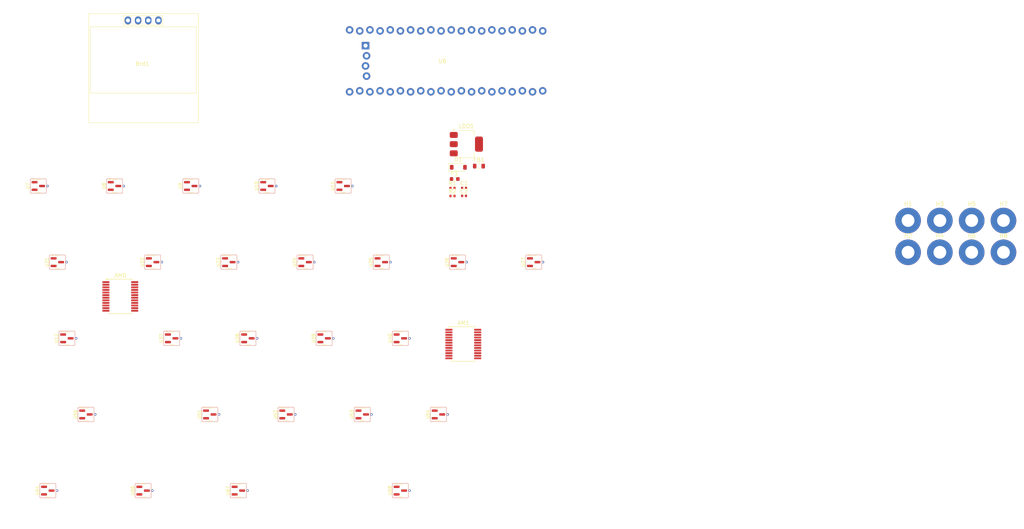
<source format=kicad_pcb>
(kicad_pcb (version 20241229) (generator "pcbnew") (generator_version "9.0")
  (layers (0 "F.Cu" signal) (4 "In1.Cu" signal) (6 "In2.Cu" signal) (2 "B.Cu" signal) (13 "F.Paste" user) (15 "B.Paste" user) (5 "F.SilkS" user "F.Silkscreen") (7 "B.SilkS" user "B.Silkscreen") (1 "F.Mask" user) (3 "B.Mask" user) (25 "Edge.Cuts" user))
  (net 0 "")
  (net 1 "AM0:11")
  (net 2 "+3V3")
  (net 3 "AM0:1")
  (net 4 "AM0:6")
  (net 5 "AM0:14")
  (net 6 "AM0:10")
  (net 7 "AM0:8")
  (net 8 "AM0:9")
  (net 9 "AM0:2")
  (net 10 "AM0:SELECT1")
  (net 11 "AM0")
  (net 12 "GND")
  (net 13 "AM0:7")
  (net 14 "AM0:12")
  (net 15 "AM0:15")
  (net 16 "AM0:3")
  (net 17 "AM0:4")
  (net 18 "AM0:5")
  (net 19 "AM0:13")
  (net 20 "PB6_SCL1")
  (net 21 "+3.3V_QWIIC")
  (net 22 "PB7_SDA1")
  (net 23 "AM1:6")
  (net 24 "AM0:SELECT0")
  (net 25 "AM1:5")
  (net 26 "AM1:8")
  (net 27 "AM1:10")
  (net 28 "AM1:4")
  (net 29 "AM1:0")
  (net 30 "AM1:3")
  (net 31 "AM1:1")
  (net 32 "AM1:15")
  (net 33 "AM1:2")
  (net 34 "AM1:14")
  (net 35 "USART1_TX")
  (net 36 "NRST")
  (net 37 "PA8_DISP_DATA")
  (net 39 "PB4_DISP_CS")
  (net 41 "PB3_DISP_SCK")
  (net 43 "USB_D-")
  (net 44 "PWR_SENSE")
  (net 46 "SWDIO")
  (net 47 "+5V")
  (net 49 "FLASH_CS")
  (net 51 "RGBLED")
  (net 53 "PB1_ADC9_BUZZ")
  (net 54 "USART1_RX")
  (net 55 "PB15_MOSI2")
  (net 57 "PB14_MISO2")
  (net 58 "SWCLK")
  (net 59 "AM1")
  (net 60 "USB_D+")
  (net 61 "AM0:SELECT3")
  (net 62 "PB0_ADC8")
  (net 63 "PB13_SCK2")
  (net 64 "SWD_3.3V")
  (net 65 "AM0:SELECT2")
  (net 66 "AM1:SELECT0")
  (net 67 "AM1:SELECT3")
  (net 68 "AM1:SELECT2")
  (net 69 "AM1:SELECT1")
  (net 70 "Net-(LDO1-VI)")
  (net 71 "Net-(D1-K)")
  (net 72 "Net-(F1-Pad2)")
  (footprint "PCM_marbastlib-xp-he:SW_MX_HE_0deg_1u" (layer "F.Cu") (at 265.25625 139.0625)
    (property "Reference" "U23" (at -2.6 0 90) (layer "F.SilkS") (effects (font (size 0.8 0.8))))
    (property "Value" "GH39FKSW")
    (pad "" np_thru_hole circle (at -5.08 0) (size 1.7 1.7) (drill 1.7) (layers "F&B.Cu" "*.Mask"))
    (pad "" np_thru_hole circle (at 5.08 0) (size 1.7 1.7) (drill 1.7) (layers "F&B.Cu" "*.Mask"))
    (pad "1" smd roundrect (at -0.9375 -0.95) (size 1.475 0.6) (layers "F.Cu" "F.Mask" "F.Paste") (net 2 "+3V3"))
    (pad "2" smd roundrect (at -0.9375 0.95) (size 1.475 0.6) (layers "F.Cu" "F.Mask" "F.Paste") (net 7 "AM0:8"))
    (pad "3" smd roundrect (at 0.9375 0) (size 1.475 0.6) (layers "F.Cu" "F.Mask" "F.Paste") (net 12 "GND"))
    (pad "3" thru_hole circle (at 2.3 0) (size 0.6 0.6) (drill 0.3) (layers "*.Cu") (net 12 "GND"))
  )
  (footprint "SSD1306:128x64OLED" (layer "F.Cu") (at 243.65 89.18125)
    (property "Reference" "Brd1" (at 0 0.254 0) (layer "F.SilkS"))
    (property "Value" "SSD1306")
    (pad "1" thru_hole oval (at -3.62 -10.6 90) (size 2 1.6) (drill 1) (layers "*.Cu" "*.Mask") (net 12 "GND"))
    (pad "2" thru_hole oval (at -1.08 -10.6 90) (size 2 1.6) (drill 1) (layers "*.Cu" "*.Mask") (net 21 "+3.3V_QWIIC"))
    (pad "3" thru_hole oval (at 1.46 -10.6 90) (size 2 1.6) (drill 1) (layers "*.Cu" "*.Mask") (net 20 "PB6_SCL1"))
    (pad "4" thru_hole oval (at 4 -10.6 90) (size 2 1.6) (drill 1) (layers "*.Cu" "*.Mask") (net 22 "PB7_SDA1"))
  )
  (footprint "PCM_marbastlib-xp-he:SW_MX_HE_0deg_1u" (layer "F.Cu") (at 270.01875 158.1125)
    (property "Reference" "U38" (at -2.6 0 90) (layer "F.SilkS") (effects (font (size 0.8 0.8))))
    (property "Value" "GH39FKSW")
    (pad "" np_thru_hole circle (at -5.08 0) (size 1.7 1.7) (drill 1.7) (layers "F&B.Cu" "*.Mask"))
    (pad "" np_thru_hole circle (at 5.08 0) (size 1.7 1.7) (drill 1.7) (layers "F&B.Cu" "*.Mask"))
    (pad "1" smd roundrect (at -0.9375 -0.95) (size 1.475 0.6) (layers "F.Cu" "F.Mask" "F.Paste") (net 2 "+3V3"))
    (pad "2" smd roundrect (at -0.9375 0.95) (size 1.475 0.6) (layers "F.Cu" "F.Mask" "F.Paste") (net 19 "AM0:13"))
    (pad "3" smd roundrect (at 0.9375 0) (size 1.475 0.6) (layers "F.Cu" "F.Mask" "F.Paste") (net 12 "GND"))
    (pad "3" thru_hole circle (at 2.3 0) (size 0.6 0.6) (drill 0.3) (layers "*.Cu") (net 12 "GND"))
  )
  (footprint "Inductor_SMD:L_0805_2012Metric" (layer "F.Cu") (at 327.75875 115.0325)
    (property "Reference" "FB1" (at 0 -1.55 0) (layer "F.SilkS"))
    (property "Value" "100 @ 100 MHz")
    (pad "1" smd roundrect (at -1.0625 0) (size 0.875 1.2) (layers "F.Cu" "F.Mask" "F.Paste") (net 70 "Net-(LDO1-VI)"))
    (pad "2" smd roundrect (at 1.0625 0) (size 0.875 1.2) (layers "F.Cu" "F.Mask" "F.Paste") (net 72 "Net-(F1-Pad2)"))
  )
  (footprint "Fuse:Fuse_0603_1608Metric" (layer "F.Cu") (at 321.69875 118.2625)
    (property "Reference" "F1" (at 0 -1.43 0) (layer "F.SilkS"))
    (property "Value" "500mA")
    (pad "1" smd roundrect (at -0.7875 0) (size 0.875 0.95) (layers "F.Cu" "F.Mask" "F.Paste") (net 71 "Net-(D1-K)"))
    (pad "2" smd roundrect (at 0.7875 0) (size 0.875 0.95) (layers "F.Cu" "F.Mask" "F.Paste") (net 72 "Net-(F1-Pad2)"))
  )
  (footprint "PCM_marbastlib-xp-he:SW_MX_HE_0deg_1u" (layer "F.Cu") (at 260.49375 177.1625)
    (property "Reference" "U51" (at -2.6 0 90) (layer "F.SilkS") (effects (font (size 0.8 0.8))))
    (property "Value" "GH39FKSW")
    (pad "" np_thru_hole circle (at -5.08 0) (size 1.7 1.7) (drill 1.7) (layers "F&B.Cu" "*.Mask"))
    (pad "" np_thru_hole circle (at 5.08 0) (size 1.7 1.7) (drill 1.7) (layers "F&B.Cu" "*.Mask"))
    (pad "1" smd roundrect (at -0.9375 -0.95) (size 1.475 0.6) (layers "F.Cu" "F.Mask" "F.Paste") (net 2 "+3V3"))
    (pad "2" smd roundrect (at -0.9375 0.95) (size 1.475 0.6) (layers "F.Cu" "F.Mask" "F.Paste") (net 5 "AM0:14"))
    (pad "3" smd roundrect (at 0.9375 0) (size 1.475 0.6) (layers "F.Cu" "F.Mask" "F.Paste") (net 12 "GND"))
    (pad "3" thru_hole circle (at 2.3 0) (size 0.6 0.6) (drill 0.3) (layers "*.Cu") (net 12 "GND"))
  )
  (footprint "PCM_marbastlib-xp-he:SW_MX_HE_0deg_3u" (layer "F.Cu") (at 308.11875 196.2125)
    (property "Reference" "U68" (at -2.6 0 90) (layer "F.SilkS") (effects (font (size 0.8 0.8))))
    (property "Value" "GH39FKSW")
    (pad "" np_thru_hole circle (at -5.08 0) (size 1.7 1.7) (drill 1.7) (layers "F&B.Cu" "*.Mask"))
    (pad "" np_thru_hole circle (at 5.08 0) (size 1.7 1.7) (drill 1.7) (layers "F&B.Cu" "*.Mask"))
    (pad "1" smd roundrect (at -0.9375 -0.95) (size 1.475 0.6) (layers "F.Cu" "F.Mask" "F.Paste") (net 2 "+3V3"))
    (pad "2" smd roundrect (at -0.9375 0.95) (size 1.475 0.6) (layers "F.Cu" "F.Mask" "F.Paste") (net 34 "AM1:14"))
    (pad "3" smd roundrect (at 0.9375 0) (size 1.475 0.6) (layers "F.Cu" "F.Mask" "F.Paste") (net 12 "GND"))
    (pad "3" thru_hole circle (at 2.3 0) (size 0.6 0.6) (drill 0.3) (layers "*.Cu") (net 12 "GND"))
  )
  (footprint "PCM_marbastlib-xp-he:SW_MX_HE_0deg_1u" (layer "F.Cu") (at 250.96875 158.1125)
    (property "Reference" "U37" (at -2.6 0 90) (layer "F.SilkS") (effects (font (size 0.8 0.8))))
    (property "Value" "GH39FKSW")
    (pad "" np_thru_hole circle (at -5.08 0) (size 1.7 1.7) (drill 1.7) (layers "F&B.Cu" "*.Mask"))
    (pad "" np_thru_hole circle (at 5.08 0) (size 1.7 1.7) (drill 1.7) (layers "F&B.Cu" "*.Mask"))
    (pad "1" smd roundrect (at -0.9375 -0.95) (size 1.475 0.6) (layers "F.Cu" "F.Mask" "F.Paste") (net 2 "+3V3"))
    (pad "2" smd roundrect (at -0.9375 0.95) (size 1.475 0.6) (layers "F.Cu" "F.Mask" "F.Paste") (net 14 "AM0:12"))
    (pad "3" smd roundrect (at 0.9375 0) (size 1.475 0.6) (layers "F.Cu" "F.Mask" "F.Paste") (net 12 "GND"))
    (pad "3" thru_hole circle (at 2.3 0) (size 0.6 0.6) (drill 0.3) (layers "*.Cu") (net 12 "GND"))
  )
  (footprint "PCM_marbastlib-xp-he:SW_MX_HE_0deg_1.25u" (layer "F.Cu") (at 243.825 196.2125)
    (property "Reference" "U66" (at -2.6 0 90) (layer "F.SilkS") (effects (font (size 0.8 0.8))))
    (property "Value" "GH39FKSW")
    (pad "" np_thru_hole circle (at -5.08 0) (size 1.7 1.7) (drill 1.7) (layers "F&B.Cu" "*.Mask"))
    (pad "" np_thru_hole circle (at 5.08 0) (size 1.7 1.7) (drill 1.7) (layers "F&B.Cu" "*.Mask"))
    (pad "1" smd roundrect (at -0.9375 -0.95) (size 1.475 0.6) (layers "F.Cu" "F.Mask" "F.Paste") (net 2 "+3V3"))
    (pad "2" smd roundrect (at -0.9375 0.95) (size 1.475 0.6) (layers "F.Cu" "F.Mask" "F.Paste") (net 15 "AM0:15"))
    (pad "3" smd roundrect (at 0.9375 0) (size 1.475 0.6) (layers "F.Cu" "F.Mask" "F.Paste") (net 12 "GND"))
    (pad "3" thru_hole circle (at 2.3 0) (size 0.6 0.6) (drill 0.3) (layers "*.Cu") (net 12 "GND"))
  )
  (footprint "PCM_marbastlib-xp-he:SW_MX_HE_0deg_1.5u" (layer "F.Cu") (at 222.39375 139.0625)
    (property "Reference" "U21" (at -2.6 0 90) (layer "F.SilkS") (effects (font (size 0.8 0.8))))
    (property "Value" "GH39FKSW")
    (pad "" np_thru_hole circle (at -5.08 0) (size 1.7 1.7) (drill 1.7) (layers "F&B.Cu" "*.Mask"))
    (pad "" np_thru_hole circle (at 5.08 0) (size 1.7 1.7) (drill 1.7) (layers "F&B.Cu" "*.Mask"))
    (pad "1" smd roundrect (at -0.9375 -0.95) (size 1.475 0.6) (layers "F.Cu" "F.Mask" "F.Paste") (net 2 "+3V3"))
    (pad "2" smd roundrect (at -0.9375 0.95) (size 1.475 0.6) (layers "F.Cu" "F.Mask" "F.Paste") (net 17 "AM0:4"))
    (pad "3" smd roundrect (at 0.9375 0) (size 1.475 0.6) (layers "F.Cu" "F.Mask" "F.Paste") (net 12 "GND"))
    (pad "3" thru_hole circle (at 2.3 0) (size 0.6 0.6) (drill 0.3) (layers "*.Cu") (net 12 "GND"))
  )
  (footprint "PCM_marbastlib-xp-he:SW_MX_HE_0deg_1u" (layer "F.Cu") (at 236.68125 120.0125)
    (property "Reference" "U8" (at -2.6 0 90) (layer "F.SilkS") (effects (font (size 0.8 0.8))))
    (property "Value" "GH39FKSW")
    (pad "" np_thru_hole circle (at -5.08 0) (size 1.7 1.7) (drill 1.7) (layers "F&B.Cu" "*.Mask"))
    (pad "" np_thru_hole circle (at 5.08 0) (size 1.7 1.7) (drill 1.7) (layers "F&B.Cu" "*.Mask"))
    (pad "1" smd roundrect (at -0.9375 -0.95) (size 1.475 0.6) (layers "F.Cu" "F.Mask" "F.Paste") (net 2 "+3V3"))
    (pad "2" smd roundrect (at -0.9375 0.95) (size 1.475 0.6) (layers "F.Cu" "F.Mask" "F.Paste") (net 13 "AM0:7"))
    (pad "3" smd roundrect (at 0.9375 0) (size 1.475 0.6) (layers "F.Cu" "F.Mask" "F.Paste") (net 12 "GND"))
    (pad "3" thru_hole circle (at 2.3 0) (size 0.6 0.6) (drill 0.3) (layers "*.Cu") (net 12 "GND"))
  )
  (footprint "PCM_marbastlib-xp-he:SW_MX_HE_0deg_1.25u" (layer "F.Cu") (at 220.0125 196.2125)
    (property "Reference" "U64" (at -2.6 0 90) (layer "F.SilkS") (effects (font (size 0.8 0.8))))
    (property "Value" "GH39FKSW")
    (pad "" np_thru_hole circle (at -5.08 0) (size 1.7 1.7) (drill 1.7) (layers "F&B.Cu" "*.Mask"))
    (pad "" np_thru_hole circle (at 5.08 0) (size 1.7 1.7) (drill 1.7) (layers "F&B.Cu" "*.Mask"))
    (pad "1" smd roundrect (at -0.9375 -0.95) (size 1.475 0.6) (layers "F.Cu" "F.Mask" "F.Paste") (net 2 "+3V3"))
    (pad "2" smd roundrect (at -0.9375 0.95) (size 1.475 0.6) (layers "F.Cu" "F.Mask" "F.Paste") (net 3 "AM0:1"))
    (pad "3" smd roundrect (at 0.9375 0) (size 1.475 0.6) (layers "F.Cu" "F.Mask" "F.Paste") (net 12 "GND"))
    (pad "3" thru_hole circle (at 2.3 0) (size 0.6 0.6) (drill 0.3) (layers "*.Cu") (net 12 "GND"))
  )
  (footprint "Package_TO_SOT_SMD:SOT-223-3_TabPin2" (layer "F.Cu") (at 324.61875 109.5375)
    (property "Reference" "LDO1" (at 0 -4.5 0) (layer "F.SilkS"))
    (property "Value" "AMS1117-3.3")
    (pad "1" smd roundrect (at -3.15 -2.3) (size 2 1.5) (layers "F.Cu" "F.Mask" "F.Paste") (net 12 "GND"))
    (pad "2" smd roundrect (at -3.15 0) (size 2 1.5) (layers "F.Cu" "F.Mask" "F.Paste") (net 2 "+3V3"))
    (pad "2" smd roundrect (at 3.15 0) (size 2 3.8) (layers "F.Cu" "F.Mask" "F.Paste") (net 2 "+3V3"))
    (pad "3" smd roundrect (at -3.15 2.3) (size 2 1.5) (layers "F.Cu" "F.Mask" "F.Paste") (net 70 "Net-(LDO1-VI)"))
  )
  (footprint "Capacitor_SMD:C_0402_1005Metric" (layer "F.Cu") (at 324.03875 122.4725)
    (property "Reference" "C2" (at 0 -1.16 0) (layer "F.SilkS"))
    (property "Value" "10u")
    (pad "1" smd roundrect (at -0.48 0) (size 0.56 0.62) (layers "F.Cu" "F.Mask" "F.Paste") (net 2 "+3V3"))
    (pad "2" smd roundrect (at 0.48 0) (size 0.56 0.62) (layers "F.Cu" "F.Mask" "F.Paste") (net 12 "GND"))
  )
  (footprint "PCM_marbastlib-xp-he:SW_MX_HE_0deg_2.25" (layer "F.Cu") (at 229.5375 177.1625)
    (property "Reference" "U50" (at -2.6 0 90) (layer "F.SilkS") (effects (font (size 0.8 0.8))))
    (property "Value" "GH39FKSW")
    (pad "" np_thru_hole circle (at -5.08 0) (size 1.7 1.7) (drill 1.7) (layers "F&B.Cu" "*.Mask"))
    (pad "" np_thru_hole circle (at 5.08 0) (size 1.7 1.7) (drill 1.7) (layers "F&B.Cu" "*.Mask"))
    (pad "1" smd roundrect (at -0.9375 -0.95) (size 1.475 0.6) (layers "F.Cu" "F.Mask" "F.Paste") (net 2 "+3V3"))
    (pad "2" smd roundrect (at -0.9375 0.95) (size 1.475 0.6) (layers "F.Cu" "F.Mask" "F.Paste") (net 9 "AM0:2"))
    (pad "3" smd roundrect (at 0.9375 0) (size 1.475 0.6) (layers "F.Cu" "F.Mask" "F.Paste") (net 12 "GND"))
    (pad "3" thru_hole circle (at 2.3 0) (size 0.6 0.6) (drill 0.3) (layers "*.Cu") (net 12 "GND"))
  )
  (footprint "MountingHole:MountingHole_3.2mm_M3_Pad" (layer "F.Cu") (at 435.00875 136.59625)
    (property "Reference" "H2" (at 0 -4.15 0) (layer "F.SilkS"))
    (property "Value" "MountingHole")
    (pad "1" thru_hole circle (at 0 0) (size 6.4 6.4) (drill 3.2) (layers "*.Cu" "*.Mask"))
  )
  (footprint "PCM_marbastlib-xp-he:SW_MX_HE_0deg_1.75u" (layer "F.Cu") (at 224.775 158.1125)
    (property "Reference" "U12" (at -2.6 0 90) (layer "F.SilkS") (effects (font (size 0.8 0.8))))
    (property "Value" "GH39FKSW")
    (pad "" np_thru_hole circle (at -5.08 0) (size 1.7 1.7) (drill 1.7) (layers "F&B.Cu" "*.Mask"))
    (pad "" np_thru_hole circle (at 5.08 0) (size 1.7 1.7) (drill 1.7) (layers "F&B.Cu" "*.Mask"))
    (pad "1" smd roundrect (at -0.9375 -0.95) (size 1.475 0.6) (layers "F.Cu" "F.Mask" "F.Paste") (net 2 "+3V3"))
    (pad "2" smd roundrect (at -0.9375 0.95) (size 1.475 0.6) (layers "F.Cu" "F.Mask" "F.Paste") (net 16 "AM0:3"))
    (pad "3" smd roundrect (at 0.9375 0) (size 1.475 0.6) (layers "F.Cu" "F.Mask" "F.Paste") (net 12 "GND"))
    (pad "3" thru_hole circle (at 2.3 0) (size 0.6 0.6) (drill 0.3) (layers "*.Cu") (net 12 "GND"))
  )
  (footprint "Diode_SMD:D_SOD-123" (layer "F.Cu") (at 322.61375 115.3325)
    (property "Reference" "D1" (at 0 -2 0) (layer "F.SilkS"))
    (property "Value" "B5819W")
    (pad "1" smd roundrect (at -1.65 0) (size 0.9 1.2) (layers "F.Cu" "F.Mask" "F.Paste") (net 71 "Net-(D1-K)"))
    (pad "2" smd roundrect (at 1.65 0) (size 0.9 1.2) (layers "F.Cu" "F.Mask" "F.Paste") (net 47 "+5V"))
  )
  (footprint "PCM_marbastlib-xp-he:SW_MX_HE_0deg_1u" (layer "F.Cu") (at 322.40625 139.0625)
    (property "Reference" "U26" (at -2.6 0 90) (layer "F.SilkS") (effects (font (size 0.8 0.8))))
    (property "Value" "GH39FKSW")
    (pad "" np_thru_hole circle (at -5.08 0) (size 1.7 1.7) (drill 1.7) (layers "F&B.Cu" "*.Mask"))
    (pad "" np_thru_hole circle (at 5.08 0) (size 1.7 1.7) (drill 1.7) (layers "F&B.Cu" "*.Mask"))
    (pad "1" smd roundrect (at -0.9375 -0.95) (size 1.475 0.6) (layers "F.Cu" "F.Mask" "F.Paste") (net 2 "+3V3"))
    (pad "2" smd roundrect (at -0.9375 0.95) (size 1.475 0.6) (layers "F.Cu" "F.Mask" "F.Paste") (net 26 "AM1:8"))
    (pad "3" smd roundrect (at 0.9375 0) (size 1.475 0.6) (layers "F.Cu" "F.Mask" "F.Paste") (net 12 "GND"))
    (pad "3" thru_hole circle (at 2.3 0) (size 0.6 0.6) (drill 0.3) (layers "*.Cu") (net 12 "GND"))
  )
  (footprint "Package_SO:SSOP-24_5.3x8.2mm_P0.65mm" (layer "F.Cu") (at 238.125 147.6375)
    (property "Reference" "AM0" (at 0 -5.25 0) (layer "F.SilkS"))
    (property "Value" "CD74HC4067SM")
    (pad "1" smd rect (at -3.6 -3.575) (size 1.75 0.45) (layers "F.Cu" "F.Mask" "F.Paste") (net 11 "AM0"))
    (pad "2" smd rect (at -3.6 -2.925) (size 1.75 0.45) (layers "F.Cu" "F.Mask" "F.Paste") (net 13 "AM0:7"))
    (pad "3" smd rect (at -3.6 -2.275) (size 1.75 0.45) (layers "F.Cu" "F.Mask" "F.Paste") (net 4 "AM0:6"))
    (pad "4" smd rect (at -3.6 -1.625) (size 1.75 0.45) (layers "F.Cu" "F.Mask" "F.Paste") (net 18 "AM0:5"))
    (pad "5" smd rect (at -3.6 -0.975) (size 1.75 0.45) (layers "F.Cu" "F.Mask" "F.Paste") (net 17 "AM0:4"))
    (pad "6" smd rect (at -3.6 -0.325) (size 1.75 0.45) (layers "F.Cu" "F.Mask" "F.Paste") (net 16 "AM0:3"))
    (pad "7" smd rect (at -3.6 0.325) (size 1.75 0.45) (layers "F.Cu" "F.Mask" "F.Paste") (net 9 "AM0:2"))
    (pad "8" smd rect (at -3.6 0.975) (size 1.75 0.45) (layers "F.Cu" "F.Mask" "F.Paste") (net 3 "AM0:1"))
    (pad "9" smd rect (at -3.6 1.625) (size 1.75 0.45) (layers "F.Cu" "F.Mask" "F.Paste") (net 12 "GND"))
    (pad "10" smd rect (at -3.6 2.275) (size 1.75 0.45) (layers "F.Cu" "F.Mask" "F.Paste") (net 24 "AM0:SELECT0"))
    (pad "11" smd rect (at -3.6 2.925) (size 1.75 0.45) (layers "F.Cu" "F.Mask" "F.Paste") (net 10 "AM0:SELECT1"))
    (pad "12" smd rect (at -3.6 3.575) (size 1.75 0.45) (layers "F.Cu" "F.Mask" "F.Paste") (net 12 "GND"))
    (pad "13" smd rect (at 3.6 3.575) (size 1.75 0.45) (layers "F.Cu" "F.Mask" "F.Paste") (net 61 "AM0:SELECT3"))
    (pad "14" smd rect (at 3.6 2.925) (size 1.75 0.45) (layers "F.Cu" "F.Mask" "F.Paste") (net 65 "AM0:SELECT2"))
    (pad "15" smd rect (at 3.6 2.275) (size 1.75 0.45) (layers "F.Cu" "F.Mask" "F.Paste") (net 12 "GND"))
    (pad "16" smd rect (at 3.6 1.625) (size 1.75 0.45) (layers "F.Cu" "F.Mask" "F.Paste") (net 15 "AM0:15"))
    (pad "17" smd rect (at 3.6 0.975) (size 1.75 0.45) (layers "F.Cu" "F.Mask" "F.Paste") (net 5 "AM0:14"))
    (pad "18" smd rect (at 3.6 0.325) (size 1.75 0.45) (layers "F.Cu" "F.Mask" "F.Paste") (net 19 "AM0:13"))
    (pad "19" smd rect (at 3.6 -0.325) (size 1.75 0.45) (layers "F.Cu" "F.Mask" "F.Paste") (net 14 "AM0:12"))
    (pad "20" smd rect (at 3.6 -0.975) (size 1.75 0.45) (layers "F.Cu" "F.Mask" "F.Paste") (net 1 "AM0:11"))
    (pad "21" smd rect (at 3.6 -1.625) (size 1.75 0.45) (layers "F.Cu" "F.Mask" "F.Paste") (net 6 "AM0:10"))
    (pad "22" smd rect (at 3.6 -2.275) (size 1.75 0.45) (layers "F.Cu" "F.Mask" "F.Paste") (net 8 "AM0:9"))
    (pad "23" smd rect (at 3.6 -2.925) (size 1.75 0.45) (layers "F.Cu" "F.Mask" "F.Paste") (net 7 "AM0:8"))
    (pad "24" smd rect (at 3.6 -3.575) (size 1.75 0.45) (layers "F.Cu" "F.Mask" "F.Paste") (net 2 "+3V3"))
  )
  (footprint "PCM_marbastlib-xp-he:SW_MX_HE_0deg_1u" (layer "F.Cu") (at 308.11875 158.1125)
    (property "Reference" "U40" (at -2.6 0 90) (layer "F.SilkS") (effects (font (size 0.8 0.8))))
    (property "Value" "GH39FKSW")
    (pad "" np_thru_hole circle (at -5.08 0) (size 1.7 1.7) (drill 1.7) (layers "F&B.Cu" "*.Mask"))
    (pad "" np_thru_hole circle (at 5.08 0) (size 1.7 1.7) (drill 1.7) (layers "F&B.Cu" "*.Mask"))
    (pad "1" smd roundrect (at -0.9375 -0.95) (size 1.475 0.6) (layers "F.Cu" "F.Mask" "F.Paste") (net 2 "+3V3"))
    (pad "2" smd roundrect (at -0.9375 0.95) (size 1.475 0.6) (layers "F.Cu" "F.Mask" "F.Paste") (net 29 "AM1:0"))
    (pad "3" smd roundrect (at 0.9375 0) (size 1.475 0.6) (layers "F.Cu" "F.Mask" "F.Paste") (net 12 "GND"))
    (pad "3" thru_hole circle (at 2.3 0) (size 0.6 0.6) (drill 0.3) (layers "*.Cu") (net 12 "GND"))
  )
  (footprint "PCM_marbastlib-xp-he:SW_MX_HE_0deg_1u" (layer "F.Cu") (at 274.78125 120.0125)
    (property "Reference" "U10" (at -2.6 0 90) (layer "F.SilkS") (effects (font (size 0.8 0.8))))
    (property "Value" "GH39FKSW")
    (pad "" np_thru_hole circle (at -5.08 0) (size 1.7 1.7) (drill 1.7) (layers "F&B.Cu" "*.Mask"))
    (pad "" np_thru_hole circle (at 5.08 0) (size 1.7 1.7) (drill 1.7) (layers "F&B.Cu" "*.Mask"))
    (pad "1" smd roundrect (at -0.9375 -0.95) (size 1.475 0.6) (layers "F.Cu" "F.Mask" "F.Paste") (net 2 "+3V3"))
    (pad "2" smd roundrect (at -0.9375 0.95) (size 1.475 0.6) (layers "F.Cu" "F.Mask" "F.Paste") (net 8 "AM0:9"))
    (pad "3" smd roundrect (at 0.9375 0) (size 1.475 0.6) (layers "F.Cu" "F.Mask" "F.Paste") (net 12 "GND"))
    (pad "3" thru_hole circle (at 2.3 0) (size 0.6 0.6) (drill 0.3) (layers "*.Cu") (net 12 "GND"))
  )
  (footprint "MountingHole:MountingHole_3.2mm_M3_Pad" (layer "F.Cu") (at 458.85875 136.59625)
    (property "Reference" "H8" (at 0 -4.15 0) (layer "F.SilkS"))
    (property "Value" "MountingHole")
    (pad "1" thru_hole circle (at 0 0) (size 6.4 6.4) (drill 3.2) (layers "*.Cu" "*.Mask"))
  )
  (footprint "MountingHole:MountingHole_3.2mm_M3_Pad" (layer "F.Cu") (at 450.90875 136.59625)
    (property "Reference" "H6" (at 0 -4.15 0) (layer "F.SilkS"))
    (property "Value" "MountingHole")
    (pad "1" thru_hole circle (at 0 0) (size 6.4 6.4) (drill 3.2) (layers "*.Cu" "*.Mask"))
  )
  (footprint "PCM_marbastlib-xp-he:SW_MX_HE_0deg_1u" (layer "F.Cu") (at 317.64375 177.1625)
    (property "Reference" "U54" (at -2.6 0 90) (layer "F.SilkS") (effects (font (size 0.8 0.8))))
    (property "Value" "GH39FKSW")
    (pad "" np_thru_hole circle (at -5.08 0) (size 1.7 1.7) (drill 1.7) (layers "F&B.Cu" "*.Mask"))
    (pad "" np_thru_hole circle (at 5.08 0) (size 1.7 1.7) (drill 1.7) (layers "F&B.Cu" "*.Mask"))
    (pad "1" smd roundrect (at -0.9375 -0.95) (size 1.475 0.6) (layers "F.Cu" "F.Mask" "F.Paste") (net 2 "+3V3"))
    (pad "2" smd roundrect (at -0.9375 0.95) (size 1.475 0.6) (layers "F.Cu" "F.Mask" "F.Paste") (net 32 "AM1:15"))
    (pad "3" smd roundrect (at 0.9375 0) (size 1.475 0.6) (layers "F.Cu" "F.Mask" "F.Paste") (net 12 "GND"))
    (pad "3" thru_hole circle (at 2.3 0) (size 0.6 0.6) (drill 0.3) (layers "*.Cu") (net 12 "GND"))
  )
  (footprint "kicad_blackpill:BlackPill_STLINK" (layer "F.Cu") (at 318.59375 88.7095 -90)
    (property "Reference" "U6" (at 0.05 -0.025 0) (layer "F.SilkS"))
    (property "Value" "BlackPill_STLINK")
    (pad "1" thru_hole circle (at -7.493 -25.1 180) (size 1.8796 1.8796) (drill 1.016) (layers "*.Cu" "*.Mask") (net 59 "AM1"))
    (pad "2" thru_hole circle (at -7.747 -22.56 180) (size 1.8796 1.8796) (drill 1.016) (layers "*.Cu" "*.Mask") (net 63 "PB13_SCK2"))
    (pad "3" thru_hole circle (at -7.493 -20.02 180) (size 1.8796 1.8796) (drill 1.016) (layers "*.Cu" "*.Mask") (net 57 "PB14_MISO2"))
    (pad "4" thru_hole circle (at -7.747 -17.48 180) (size 1.8796 1.8796) (drill 1.016) (layers "*.Cu" "*.Mask") (net 55 "PB15_MOSI2"))
    (pad "5" thru_hole circle (at -7.493 -14.94 180) (size 1.8796 1.8796) (drill 1.016) (layers "*.Cu" "*.Mask") (net 37 "PA8_DISP_DATA"))
    (pad "6" thru_hole circle (at -7.747 -12.4 180) (size 1.8796 1.8796) (drill 1.016) (layers "*.Cu" "*.Mask") (net 35 "USART1_TX"))
    (pad "7" thru_hole circle (at -7.493 -9.86 180) (size 1.8796 1.8796) (drill 1.016) (layers "*.Cu" "*.Mask") (net 54 "USART1_RX"))
    (pad "8" thru_hole circle (at -7.747 -7.32 180) (size 1.8796 1.8796) (drill 1.016) (layers "*.Cu" "*.Mask") (net 43 "USB_D-"))
    (pad "9" thru_hole circle (at -7.493 -4.78 180) (size 1.8796 1.8796) (drill 1.016) (layers "*.Cu" "*.Mask") (net 60 "USB_D+"))
    (pad "10" thru_hole circle (at -7.747 -2.24 180) (size 1.8796 1.8796) (drill 1.016) (layers "*.Cu" "*.Mask"))
    (pad "11" thru_hole circle (at -7.493 0.3 180) (size 1.8796 1.8796) (drill 1.016) (layers "*.Cu" "*.Mask") (net 41 "PB3_DISP_SCK"))
    (pad "12" thru_hole circle (at -7.747 2.84 180) (size 1.8796 1.8796) (drill 1.016) (layers "*.Cu" "*.Mask") (net 39 "PB4_DISP_CS"))
    (pad "13" thru_hole circle (at -7.493 5.38 180) (size 1.8796 1.8796) (drill 1.016) (layers "*.Cu" "*.Mask") (net 51 "RGBLED"))
    (pad "14" thru_hole circle (at -7.747 7.92 180) (size 1.8796 1.8796) (drill 1.016) (layers "*.Cu" "*.Mask") (net 20 "PB6_SCL1"))
    (pad "15" thru_hole circle (at -7.493 10.46 180) (size 1.8796 1.8796) (drill 1.016) (layers "*.Cu" "*.Mask") (net 22 "PB7_SDA1"))
    (pad "16" thru_hole circle (at -7.747 13 180) (size 1.8796 1.8796) (drill 1.016) (layers "*.Cu" "*.Mask") (net 11 "AM0"))
    (pad "17" thru_hole circle (at -7.493 15.54 180) (size 1.8796 1.8796) (drill 1.016) (layers "*.Cu" "*.Mask") (net 49 "FLASH_CS"))
    (pad "18" thru_hole circle (at -7.747 18.08 180) (size 1.8796 1.8796) (drill 1.016) (layers "*.Cu" "*.Mask"))
    (pad "19" thru_hole circle (at -7.493 20.62 180) (size 1.8796 1.8796) (drill 1.016) (layers "*.Cu" "*.Mask") (net 12 "GND"))
    (pad "20" thru_hole circle (at -7.747 23.16 180) (size 1.8796 1.8796) (drill 1.016) (layers "*.Cu" "*.Mask") (net 21 "+3.3V_QWIIC"))
    (pad "21" thru_hole circle (at 7.747 23.16) (size 1.8796 1.8796) (drill 1.016) (layers "*.Cu" "*.Mask"))
    (pad "22" thru_hole circle (at 7.493 20.62) (size 1.8796 1.8796) (drill 1.016) (layers "*.Cu" "*.Mask"))
    (pad "23" thru_hole circle (at 7.747 18.08) (size 1.8796 1.8796) (drill 1.016) (layers "*.Cu" "*.Mask"))
    (pad "24" thru_hole circle (at 7.493 15.54) (size 1.8796 1.8796) (drill 1.016) (layers "*.Cu" "*.Mask"))
    (pad "25" thru_hole circle (at 7.747 13) (size 1.8796 1.8796) (drill 1.016) (layers "*.Cu" "*.Mask") (net 36 "NRST"))
    (pad "26" thru_hole circle (at 7.493 10.46) (size 1.8796 1.8796) (drill 1.016) (layers "*.Cu" "*.Mask") (net 24 "AM0:SELECT0"))
    (pad "27" thru_hole circle (at 7.747 7.92) (size 1.8796 1.8796) (drill 1.016) (layers "*.Cu" "*.Mask") (net 10 "AM0:SELECT1"))
    (pad "28" thru_hole circle (at 7.493 5.38) (size 1.8796 1.8796) (drill 1.016) (layers "*.Cu" "*.Mask") (net 65 "AM0:SELECT2"))
    (pad "29" thru_hole circle (at 7.747 2.84) (size 1.8796 1.8796) (drill 1.016) (layers "*.Cu" "*.Mask") (net 61 "AM0:SELECT3"))
    (pad "30" thru_hole circle (at 7.493 0.3) (size 1.8796 1.8796) (drill 1.016) (layers "*.Cu" "*.Mask") (net 66 "AM1:SELECT0"))
    (pad "31" thru_hole circle (at 7.747 -2.24) (size 1.8796 1.8796) (drill 1.016) (layers "*.Cu" "*.Mask") (net 69 "AM1:SELECT1"))
    (pad "32" thru_hole circle (at 7.493 -4.78) (size 1.8796 1.8796) (drill 1.016) (layers "*.Cu" "*.Mask") (net 68 "AM1:SELECT2"))
    (pad "33" thru_hole circle (at 7.747 -7.32) (size 1.8796 1.8796) (drill 1.016) (layers "*.Cu" "*.Mask") (net 67 "AM1:SELECT3"))
    (pad "34" thru_hole circle (at 7.493 -9.86) (size 1.8796 1.8796) (drill 1.016) (layers "*.Cu" "*.Mask") (net 62 "PB0_ADC8"))
    (pad "35" thru_hole circle (at 7.747 -12.4) (size 1.8796 1.8796) (drill 1.016) (layers "*.Cu" "*.Mask") (net 53 "PB1_ADC9_BUZZ"))
    (pad "36" thru_hole circle (at 7.493 -14.94) (size 1.8796 1.8796) (drill 1.016) (layers "*.Cu" "*.Mask"))
    (pad "37" thru_hole circle (at 7.747 -17.48) (size 1.8796 1.8796) (drill 1.016) (layers "*.Cu" "*.Mask") (net 44 "PWR_SENSE"))
    (pad "38" thru_hole circle (at 7.493 -20.02) (size 1.8796 1.8796) (drill 1.016) (layers "*.Cu" "*.Mask"))
    (pad "39" thru_hole circle (at 7.747 -22.56) (size 1.8796 1.8796) (drill 1.016) (layers "*.Cu" "*.Mask") (net 12 "GND"))
    (pad "40" thru_hole circle (at 7.493 -25.1) (size 1.8796 1.8796) (drill 1.016) (layers "*.Cu" "*.Mask") (net 47 "+5V"))
    (pad "41" thru_hole rect (at -3.81 19.177) (size 1.8796 1.8796) (drill 1.016) (layers "*.Cu" "*.Mask") (net 64 "SWD_3.3V"))
    (pad "42" thru_hole circle (at -1.27 18.923) (size 1.8796 1.8796) (drill 1.016) (layers "*.Cu" "*.Mask") (net 46 "SWDIO"))
    (pad "43" thru_hole circle (at 1.27 19.177) (size 1.8796 1.8796) (drill 1.016) (layers "*.Cu" "*.Mask") (net 58 "SWCLK"))
    (pad "44" thru_hole circle (at 3.81 18.923) (size 1.8796 1.8796) (drill 1.016) (layers "*.Cu" "*.Mask") (net 12 "GND"))
  )
  (footprint "MountingHole:MountingHole_3.2mm_M3_Pad" (layer "F.Cu") (at 442.95875 128.64625)
    (property "Reference" "H3" (at 0 -4.15 0) (layer "F.SilkS"))
    (property "Value" "MountingHole")
    (pad "1" thru_hole circle (at 0 0) (size 6.4 6.4) (drill 3.2) (layers "*.Cu" "*.Mask"))
  )
  (footprint "Resistor_SMD:R_0402_1005Metric" (layer "F.Cu") (at 321.14875 120.5125)
    (property "Reference" "R1" (at 0 -1.17 0) (layer "F.SilkS"))
    (property "Value" "2k2")
    (pad "1" smd roundrect (at -0.51 0) (size 0.54 0.64) (layers "F.Cu" "F.Mask" "F.Paste") (net 21 "+3.3V_QWIIC"))
    (pad "2" smd roundrect (at 0.51 0) (size 0.54 0.64) (layers "F.Cu" "F.Mask" "F.Paste") (net 20 "PB6_SCL1"))
  )
  (footprint "PCM_marbastlib-xp-he:SW_MX_HE_0deg_1u" (layer "F.Cu") (at 284.30625 139.0625)
    (property "Reference" "U24" (at -2.6 0 90) (layer "F.SilkS") (effects (font (size 0.8 0.8))))
    (property "Value" "GH39FKSW")
    (pad "" np_thru_hole circle (at -5.08 0) (size 1.7 1.7) (drill 1.7) (layers "F&B.Cu" "*.Mask"))
    (pad "" np_thru_hole circle (at 5.08 0) (size 1.7 1.7) (drill 1.7) (layers "F&B.Cu" "*.Mask"))
    (pad "1" smd roundrect (at -0.9375 -0.95) (size 1.475 0.6) (layers "F.Cu" "F.Mask" "F.Paste") (net 2 "+3V3"))
    (pad "2" smd roundrect (at -0.9375 0.95) (size 1.475 0.6) (layers "F.Cu" "F.Mask" "F.Paste") (net 1 "AM0:11"))
    (pad "3" smd roundrect (at 0.9375 0) (size 1.475 0.6) (layers "F.Cu" "F.Mask" "F.Paste") (net 12 "GND"))
    (pad "3" thru_hole circle (at 2.3 0) (size 0.6 0.6) (drill 0.3) (layers "*.Cu") (net 12 "GND"))
  )
  (footprint "PCM_marbastlib-xp-he:SW_MX_HE_0deg_1u" (layer "F.Cu") (at 217.63125 120.0125)
    (property "Reference" "U7" (at -2.6 0 90) (layer "F.SilkS") (effects (font (size 0.8 0.8))))
    (property "Value" "GH39FKSW")
    (pad "" np_thru_hole circle (at -5.08 0) (size 1.7 1.7) (drill 1.7) (layers "F&B.Cu" "*.Mask"))
    (pad "" np_thru_hole circle (at 5.08 0) (size 1.7 1.7) (drill 1.7) (layers "F&B.Cu" "*.Mask"))
    (pad "1" smd roundrect (at -0.9375 -0.95) (size 1.475 0.6) (layers "F.Cu" "F.Mask" "F.Paste") (net 2 "+3V3"))
    (pad "2" smd roundrect (at -0.9375 0.95) (size 1.475 0.6) (layers "F.Cu" "F.Mask" "F.Paste") (net 18 "AM0:5"))
    (pad "3" smd roundrect (at 0.9375 0) (size 1.475 0.6) (layers "F.Cu" "F.Mask" "F.Paste") (net 12 "GND"))
    (pad "3" thru_hole circle (at 2.3 0) (size 0.6 0.6) (drill 0.3) (layers "*.Cu") (net 12 "GND"))
  )
  (footprint "PCM_marbastlib-xp-he:SW_MX_HE_0deg_1u" (layer "F.Cu") (at 246.20625 139.0625)
    (property "Reference" "U22" (at -2.6 0 90) (layer "F.SilkS") (effects (font (size 0.8 0.8))))
    (property "Value" "GH39FKSW")
    (pad "" np_thru_hole circle (at -5.08 0) (size 1.7 1.7) (drill 1.7) (layers "F&B.Cu" "*.Mask"))
    (pad "" np_thru_hole circle (at 5.08 0) (size 1.7 1.7) (drill 1.7) (layers "F&B.Cu" "*.Mask"))
    (pad "1" smd roundrect (at -0.9375 -0.95) (size 1.475 0.6) (layers "F.Cu" "F.Mask" "F.Paste") (net 2 "+3V3"))
    (pad "2" smd roundrect (at -0.9375 0.95) (size 1.475 0.6) (layers "F.Cu" "F.Mask" "F.Paste") (net 4 "AM0:6"))
    (pad "3" smd roundrect (at 0.9375 0) (size 1.475 0.6) (layers "F.Cu" "F.Mask" "F.Paste") (net 12 "GND"))
    (pad "3" thru_hole circle (at 2.3 0) (size 0.6 0.6) (drill 0.3) (layers "*.Cu") (net 12 "GND"))
  )
  (footprint "PCM_marbastlib-xp-he:SW_MX_HE_0deg_1u" (layer "F.Cu") (at 289.06875 158.1125)
    (property "Reference" "U39" (at -2.6 0 90) (layer "F.SilkS") (effects (font (size 0.8 0.8))))
    (property "Value" "GH39FKSW")
    (pad "" np_thru_hole circle (at -5.08 0) (size 1.7 1.7) (drill 1.7) (layers "F&B.Cu" "*.Mask"))
    (pad "" np_thru_hole circle (at 5.08 0) (size 1.7 1.7) (drill 1.7) (layers "F&B.Cu" "*.Mask"))
    (pad "1" smd roundrect (at -0.9375 -0.95) (size 1.475 0.6) (layers "F.Cu" "F.Mask" "F.Paste") (net 2 "+3V3"))
    (pad "2" smd roundrect (at -0.9375 0.95) (size 1.475 0.6) (layers "F.Cu" "F.Mask" "F.Paste") (net 28 "AM1:4"))
    (pad "3" smd roundrect (at 0.9375 0) (size 1.475 0.6) (layers "F.Cu" "F.Mask" "F.Paste") (net 12 "GND"))
    (pad "3" thru_hole circle (at 2.3 0) (size 0.6 0.6) (drill 0.3) (layers "*.Cu") (net 12 "GND"))
  )
  (footprint "PCM_marbastlib-xp-he:SW_MX_HE_0deg_1u" (layer "F.Cu") (at 293.83125 120.0125)
    (property "Reference" "U11" (at -2.6 0 90) (layer "F.SilkS") (effects (font (size 0.8 0.8))))
    (property "Value" "GH39FKSW")
    (pad "" np_thru_hole circle (at -5.08 0) (size 1.7 1.7) (drill 1.7) (layers "F&B.Cu" "*.Mask"))
    (pad "" np_thru_hole circle (at 5.08 0) (size 1.7 1.7) (drill 1.7) (layers "F&B.Cu" "*.Mask"))
    (pad "1" smd roundrect (at -0.9375 -0.95) (size 1.475 0.6) (layers "F.Cu" "F.Mask" "F.Paste") (net 2 "+3V3"))
    (pad "2" smd roundrect (at -0.9375 0.95) (size 1.475 0.6) (layers "F.Cu" "F.Mask" "F.Paste") (net 23 "AM1:6"))
    (pad "3" smd roundrect (at 0.9375 0) (size 1.475 0.6) (layers "F.Cu" "F.Mask" "F.Paste") (net 12 "GND"))
    (pad "3" thru_hole circle (at 2.3 0) (size 0.6 0.6) (drill 0.3) (layers "*.Cu") (net 12 "GND"))
  )
  (footprint "PCM_marbastlib-xp-he:SW_MX_HE_0deg_1u" (layer "F.Cu") (at 298.59375 177.1625)
    (property "Reference" "U53" (at -2.6 0 90) (layer "F.SilkS") (effects (font (size 0.8 0.8))))
    (property "Value" "GH39FKSW")
    (pad "" np_thru_hole circle (at -5.08 0) (size 1.7 1.7) (drill 1.7) (layers "F&B.Cu" "*.Mask"))
    (pad "" np_thru_hole circle (at 5.08 0) (size 1.7 1.7) (drill 1.7) (layers "F&B.Cu" "*.Mask"))
    (pad "1" smd roundrect (at -0.9375 -0.95) (size 1.475 0.6) (layers "F.Cu" "F.Mask" "F.Paste") (net 2 "+3V3"))
    (pad "2" smd roundrect (at -0.9375 0.95) (size 1.475 0.6) (layers "F.Cu" "F.Mask" "F.Paste") (net 31 "AM1:1"))
    (pad "3" smd roundrect (at 0.9375 0) (size 1.475 0.6) (layers "F.Cu" "F.Mask" "F.Paste") (net 12 "GND"))
    (pad "3" thru_hole circle (at 2.3 0) (size 0.6 0.6) (drill 0.3) (layers "*.Cu") (net 12 "GND"))
  )
  (footprint "MountingHole:MountingHole_3.2mm_M3_Pad" (layer "F.Cu") (at 458.85875 128.64625)
    (property "Reference" "H7" (at 0 -4.15 0) (layer "F.SilkS"))
    (property "Value" "MountingHole")
    (pad "1" thru_hole circle (at 0 0) (size 6.4 6.4) (drill 3.2) (layers "*.Cu" "*.Mask"))
  )
  (footprint "PCM_marbastlib-xp-he:SW_MX_HE_0deg_1u" (layer "F.Cu") (at 255.73125 120.0125)
    (property "Reference" "U9" (at -2.6 0 90) (layer "F.SilkS") (effects (font (size 0.8 0.8))))
    (property "Value" "GH39FKSW")
    (pad "" np_thru_hole circle (at -5.08 0) (size 1.7 1.7) (drill 1.7) (layers "F&B.Cu" "*.Mask"))
    (pad "" np_thru_hole circle (at 5.08 0) (size 1.7 1.7) (drill 1.7) (layers "F&B.Cu" "*.Mask"))
    (pad "1" smd roundrect (at -0.9375 -0.95) (size 1.475 0.6) (layers "F.Cu" "F.Mask" "F.Paste") (net 2 "+3V3"))
    (pad "2" smd roundrect (at -0.9375 0.95) (size 1.475 0.6) (layers "F.Cu" "F.Mask" "F.Paste") (net 6 "AM0:10"))
    (pad "3" smd roundrect (at 0.9375 0) (size 1.475 0.6) (layers "F.Cu" "F.Mask" "F.Paste") (net 12 "GND"))
    (pad "3" thru_hole circle (at 2.3 0) (size 0.6 0.6) (drill 0.3) (layers "*.Cu") (net 12 "GND"))
  )
  (footprint "Package_SO:SSOP-24_5.3x8.2mm_P0.65mm" (layer "F.Cu") (at 323.85 159.54375)
    (property "Reference" "AM1" (at 0 -5.25 0) (layer "F.SilkS"))
    (property "Value" "CD74HC4067SM")
    (pad "1" smd rect (at -3.6 -3.575) (size 1.75 0.45) (layers "F.Cu" "F.Mask" "F.Paste") (net 59 "AM1"))
    (pad "2" smd rect (at -3.6 -2.925) (size 1.75 0.45) (layers "F.Cu" "F.Mask" "F.Paste") (net 12 "GND"))
    (pad "3" smd rect (at -3.6 -2.275) (size 1.75 0.45) (layers "F.Cu" "F.Mask" "F.Paste") (net 23 "AM1:6"))
    (pad "4" smd rect (at -3.6 -1.625) (size 1.75 0.45) (layers "F.Cu" "F.Mask" "F.Paste") (net 25 "AM1:5"))
    (pad "5" smd rect (at -3.6 -0.975) (size 1.75 0.45) (layers "F.Cu" "F.Mask" "F.Paste") (net 28 "AM1:4"))
    (pad "6" smd rect (at -3.6 -0.325) (size 1.75 0.45) (layers "F.Cu" "F.Mask" "F.Paste") (net 30 "AM1:3"))
    (pad "7" smd rect (at -3.6 0.325) (size 1.75 0.45) (layers "F.Cu" "F.Mask" "F.Paste") (net 33 "AM1:2"))
    (pad "8" smd rect (at -3.6 0.975) (size 1.75 0.45) (layers "F.Cu" "F.Mask" "F.Paste") (net 31 "AM1:1"))
    (pad "9" smd rect (at -3.6 1.625) (size 1.75 0.45) (layers "F.Cu" "F.Mask" "F.Paste") (net 29 "AM1:0"))
    (pad "10" smd rect (at -3.6 2.275) (size 1.75 0.45) (layers "F.Cu" "F.Mask" "F.Paste") (net 66 "AM1:SELECT0"))
    (pad "11" smd rect (at -3.6 2.925) (size 1.75 0.45) (layers "F.Cu" "F.Mask" "F.Paste") (net 69 "AM1:SELECT1"))
    (pad "12" smd rect (at -3.6 3.575) (size 1.75 0.45) (layers "F.Cu" "F.Mask" "F.Paste") (net 12 "GND"))
    (pad "13" smd rect (at 3.6 3.575) (size 1.75 0.45) (layers "F.Cu" "F.Mask" "F.Paste") (net 67 "AM1:SELECT3"))
    (pad "14" smd rect (at 3.6 2.925) (size 1.75 0.45) (layers "F.Cu" "F.Mask" "F.Paste") (net 68 "AM1:SELECT2"))
    (pad "15" smd rect (at 3.6 2.275) (size 1.75 0.45) (layers "F.Cu" "F.Mask" "F.Paste") (net 12 "GND"))
    (pad "16" smd rect (at 3.6 1.625) (size 1.75 0.45) (layers "F.Cu" "F.Mask" "F.Paste") (net 32 "AM1:15"))
    (pad "17" smd rect (at 3.6 0.975) (size 1.75 0.45) (layers "F.Cu" "F.Mask" "F.Paste") (net 34 "AM1:14"))
    (pad "18" smd rect (at 3.6 0.325) (size 1.75 0.45) (layers "F.Cu" "F.Mask" "F.Paste") (net 12 "GND"))
    (pad "19" smd rect (at 3.6 -0.325) (size 1.75 0.45) (layers "F.Cu" "F.Mask" "F.Paste") (net 12 "GND"))
    (pad "20" smd rect (at 3.6 -0.975) (size 1.75 0.45) (layers "F.Cu" "F.Mask" "F.Paste") (net 12 "GND"))
    (pad "21" smd rect (at 3.6 -1.625) (size 1.75 0.45) (layers "F.Cu" "F.Mask" "F.Paste") (net 27 "AM1:10"))
    (pad "22" smd rect (at 3.6 -2.275) (size 1.75 0.45) (layers "F.Cu" "F.Mask" "F.Paste") (net 12 "GND"))
    (pad "23" smd rect (at 3.6 -2.925) (size 1.75 0.45) (layers "F.Cu" "F.Mask" "F.Paste") (net 26 "AM1:8"))
    (pad "24" smd rect (at 3.6 -3.575) (size 1.75 0.45) (layers "F.Cu" "F.Mask" "F.Paste") (net 2 "+3V3"))
  )
  (footprint "PCM_marbastlib-xp-he:SW_MX_HE_0deg_1.25u" (layer "F.Cu") (at 267.6375 196.2125)
    (property "Reference" "U67" (at -2.6 0 90) (layer "F.SilkS") (effects (font (size 0.8 0.8))))
    (property "Value" "GH39FKSW")
    (pad "" np_thru_hole circle (at -5.08 0) (size 1.7 1.7) (drill 1.7) (layers "F&B.Cu" "*.Mask"))
    (pad "" np_thru_hole circle (at 5.08 0) (size 1.7 1.7) (drill 1.7) (layers "F&B.Cu" "*.Mask"))
    (pad "1" smd roundrect (at -0.9375 -0.95) (size 1.475 0.6) (layers "F.Cu" "F.Mask" "F.Paste") (net 2 "+3V3"))
    (pad "2" smd roundrect (at -0.9375 0.95) (size 1.475 0.6) (layers "F.Cu" "F.Mask" "F.Paste") (net 33 "AM1:2"))
    (pad "3" smd roundrect (at 0.9375 0) (size 1.475 0.6) (layers "F.Cu" "F.Mask" "F.Paste") (net 12 "GND"))
    (pad "3" thru_hole circle (at 2.3 0) (size 0.6 0.6) (drill 0.3) (layers "*.Cu") (net 12 "GND"))
  )
  (footprint "MountingHole:MountingHole_3.2mm_M3_Pad" (layer "F.Cu") (at 442.95875 136.59625)
    (property "Reference" "H4" (at 0 -4.15 0) (layer "F.SilkS"))
    (property "Value" "MountingHole")
    (pad "1" thru_hole circle (at 0 0) (size 6.4 6.4) (drill 3.2) (layers "*.Cu" "*.Mask"))
  )
  (footprint "PCM_marbastlib-xp-he:SW_MX_HE_0deg_1u" (layer "F.Cu") (at 303.35625 139.0625)
    (property "Reference" "U25" (at -2.6 0 90) (layer "F.SilkS") (effects (font (size 0.8 0.8))))
    (property "Value" "GH39FKSW")
    (pad "" np_thru_hole circle (at -5.08 0) (size 1.7 1.7) (drill 1.7) (layers "F&B.Cu" "*.Mask"))
    (pad "" np_thru_hole circle (at 5.08 0) (size 1.7 1.7) (drill 1.7) (layers "F&B.Cu" "*.Mask"))
    (pad "1" smd roundrect (at -0.9375 -0.95) (size 1.475 0.6) (layers "F.Cu" "F.Mask" "F.Paste") (net 2 "+3V3"))
    (pad "2" smd roundrect (at -0.9375 0.95) (size 1.475 0.6) (layers "F.Cu" "F.Mask" "F.Paste") (net 25 "AM1:5"))
    (pad "3" smd roundrect (at 0.9375 0) (size 1.475 0.6) (layers "F.Cu" "F.Mask" "F.Paste") (net 12 "GND"))
    (pad "3" thru_hole circle (at 2.3 0) (size 0.6 0.6) (drill 0.3) (layers "*.Cu") (net 12 "GND"))
  )
  (footprint "Resistor_SMD:R_0402_1005Metric" (layer "F.Cu") (at 321.14875 122.5025)
    (property "Reference" "R2" (at 0 -1.17 0) (layer "F.SilkS"))
    (property "Value" "2k2")
    (pad "1" smd roundrect (at -0.51 0) (size 0.54 0.64) (layers "F.Cu" "F.Mask" "F.Paste") (net 21 "+3.3V_QWIIC"))
    (pad "2" smd roundrect (at 0.51 0) (size 0.54 0.64) (layers "F.Cu" "F.Mask" "F.Paste") (net 22 "PB7_SDA1"))
  )
  (footprint "PCM_marbastlib-xp-he:SW_MX_HE_0deg_1u" (layer "F.Cu") (at 341.45625 139.0625)
    (property "Reference" "U27" (at -2.6 0 90) (layer "F.SilkS") (effects (font (size 0.8 0.8))))
    (property "Value" "GH39FKSW")
    (pad "" np_thru_hole circle (at -5.08 0) (size 1.7 1.7) (drill 1.7) (layers "F&B.Cu" "*.Mask"))
    (pad "" np_thru_hole circle (at 5.08 0) (size 1.7 1.7) (drill 1.7) (layers "F&B.Cu" "*.Mask"))
    (pad "1" smd roundrect (at -0.9375 -0.95) (size 1.475 0.6) (layers "F.Cu" "F.Mask" "F.Paste") (net 2 "+3V3"))
    (pad "2" smd roundrect (at -0.9375 0.95) (size 1.475 0.6) (layers "F.Cu" "F.Mask" "F.Paste") (net 27 "AM1:10"))
    (pad "3" smd roundrect (at 0.9375 0) (size 1.475 0.6) (layers "F.Cu" "F.Mask" "F.Paste") (net 12 "GND"))
    (pad "3" thru_hole circle (at 2.3 0) (size 0.6 0.6) (drill 0.3) (layers "*.Cu") (net 12 "GND"))
  )
  (footprint "MountingHole:MountingHole_3.2mm_M3_Pad" (layer "F.Cu") (at 435.00875 128.64625)
    (property "Reference" "H1" (at 0 -4.15 0) (layer "F.SilkS"))
    (property "Value" "MountingHole")
    (pad "1" thru_hole circle (at 0 0) (size 6.4 6.4) (drill 3.2) (layers "*.Cu" "*.Mask"))
  )
  (footprint "MountingHole:MountingHole_3.2mm_M3_Pad" (layer "F.Cu") (at 450.90875 128.64625)
    (property "Reference" "H5" (at 0 -4.15 0) (layer "F.SilkS"))
    (property "Value" "MountingHole")
    (pad "1" thru_hole circle (at 0 0) (size 6.4 6.4) (drill 3.2) (layers "*.Cu" "*.Mask"))
  )
  (footprint "Capacitor_SMD:C_0402_1005Metric" (layer "F.Cu") (at 324.03875 120.5025)
    (property "Reference" "C1" (at 0 -1.16 0) (layer "F.SilkS"))
    (property "Value" "10u")
    (pad "1" smd roundrect (at -0.48 0) (size 0.56 0.62) (layers "F.Cu" "F.Mask" "F.Paste") (net 70 "Net-(LDO1-VI)"))
    (pad "2" smd roundrect (at 0.48 0) (size 0.56 0.62) (layers "F.Cu" "F.Mask" "F.Paste") (net 12 "GND"))
  )
  (footprint "PCM_marbastlib-xp-he:SW_MX_HE_0deg_1u" (layer "F.Cu") (at 279.54375 177.1625)
    (property "Reference" "U52" (at -2.6 0 90) (layer "F.SilkS") (effects (font (size 0.8 0.8))))
    (property "Value" "GH39FKSW")
    (pad "" np_thru_hole circle (at -5.08 0) (size 1.7 1.7) (drill 1.7) (layers "F&B.Cu" "*.Mask"))
    (pad "" np_thru_hole circle (at 5.08 0) (size 1.7 1.7) (drill 1.7) (layers "F&B.Cu" "*.Mask"))
    (pad "1" smd roundrect (at -0.9375 -0.95) (size 1.475 0.6) (layers "F.Cu" "F.Mask" "F.Paste") (net 2 "+3V3"))
    (pad "2" smd roundrect (at -0.9375 0.95) (size 1.475 0.6) (layers "F.Cu" "F.Mask" "F.Paste") (net 30 "AM1:3"))
    (pad "3" smd roundrect (at 0.9375 0) (size 1.475 0.6) (layers "F.Cu" "F.Mask" "F.Paste") (net 12 "GND"))
    (pad "3" thru_hole circle (at 2.3 0) (size 0.6 0.6) (drill 0.3) (layers "*.Cu") (net 12 "GND"))
  )
)
</source>
